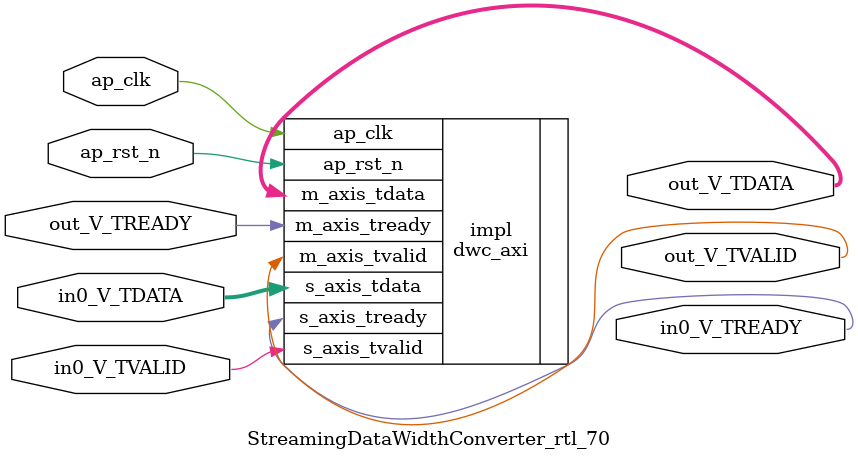
<source format=v>
/******************************************************************************
 * Copyright (C) 2023, Advanced Micro Devices, Inc.
 * All rights reserved.
 *
 * Redistribution and use in source and binary forms, with or without
 * modification, are permitted provided that the following conditions are met:
 *
 *  1. Redistributions of source code must retain the above copyright notice,
 *     this list of conditions and the following disclaimer.
 *
 *  2. Redistributions in binary form must reproduce the above copyright
 *     notice, this list of conditions and the following disclaimer in the
 *     documentation and/or other materials provided with the distribution.
 *
 *  3. Neither the name of the copyright holder nor the names of its
 *     contributors may be used to endorse or promote products derived from
 *     this software without specific prior written permission.
 *
 * THIS SOFTWARE IS PROVIDED BY THE COPYRIGHT HOLDERS AND CONTRIBUTORS "AS IS"
 * AND ANY EXPRESS OR IMPLIED WARRANTIES, INCLUDING, BUT NOT LIMITED TO,
 * THE IMPLIED WARRANTIES OF MERCHANTABILITY AND FITNESS FOR A PARTICULAR
 * PURPOSE ARE DISCLAIMED. IN NO EVENT SHALL THE COPYRIGHT HOLDER OR
 * CONTRIBUTORS BE LIABLE FOR ANY DIRECT, INDIRECT, INCIDENTAL, SPECIAL,
 * EXEMPLARY, OR CONSEQUENTIAL DAMAGES (INCLUDING, BUT NOT LIMITED TO,
 * PROCUREMENT OF SUBSTITUTE GOODS OR SERVICES; LOSS OF USE, DATA, OR PROFITS;
 * OR BUSINESS INTERRUPTION). HOWEVER CAUSED AND ON ANY THEORY OF LIABILITY,
 * WHETHER IN CONTRACT, STRICT LIABILITY, OR TORT (INCLUDING NEGLIGENCE OR
 * OTHERWISE) ARISING IN ANY WAY OUT OF THE USE OF THIS SOFTWARE, EVEN IF
 * ADVISED OF THE POSSIBILITY OF SUCH DAMAGE.
 *****************************************************************************/

module StreamingDataWidthConverter_rtl_70 #(
	parameter  IBITS = 4,
	parameter  OBITS = 256,

	parameter  AXI_IBITS = (IBITS+7)/8 * 8,
	parameter  AXI_OBITS = (OBITS+7)/8 * 8
)(
	//- Global Control ------------------
	(* X_INTERFACE_INFO = "xilinx.com:signal:clock:1.0 ap_clk CLK" *)
	(* X_INTERFACE_PARAMETER = "ASSOCIATED_BUSIF in0_V:out_V, ASSOCIATED_RESET ap_rst_n" *)
	input	ap_clk,
	(* X_INTERFACE_PARAMETER = "POLARITY ACTIVE_LOW" *)
	input	ap_rst_n,

	//- AXI Stream - Input --------------
	output	in0_V_TREADY,
	input	in0_V_TVALID,
	input	[AXI_IBITS-1:0]  in0_V_TDATA,

	//- AXI Stream - Output -------------
	input	out_V_TREADY,
	output	out_V_TVALID,
	output	[AXI_OBITS-1:0]  out_V_TDATA
);

	dwc_axi #(
		.IBITS(IBITS),
		.OBITS(OBITS)
	) impl (
		.ap_clk(ap_clk),
		.ap_rst_n(ap_rst_n),
		.s_axis_tready(in0_V_TREADY),
		.s_axis_tvalid(in0_V_TVALID),
		.s_axis_tdata(in0_V_TDATA),
		.m_axis_tready(out_V_TREADY),
		.m_axis_tvalid(out_V_TVALID),
		.m_axis_tdata(out_V_TDATA)
	);

endmodule

</source>
